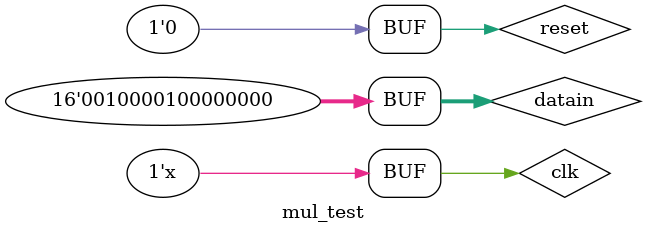
<source format=v>
`timescale 1ns / 1ps


module mul_test;

	// Inputs
	reg [15:0] datain;
	reg clk;
	reg reset;

	// Outputs
	wire [31:0] D11_final;
	wire [31:0] D12_final;
	wire [31:0] D13_final;
	wire [31:0] D14_final;
	wire [31:0] D15_final;
	wire [31:0] D16_final;
	wire [31:0] D17_final;
	wire [31:0] D18_final;
	wire [31:0] D21_final;
	wire [31:0] D22_final;
	wire [31:0] D23_final;
	wire [31:0] D24_final;
	wire [31:0] D25_final;
	wire [31:0] D26_final;
	wire [31:0] D27_final;
	wire [31:0] D28_final;
	wire [31:0] D31_final;
	wire [31:0] D32_final;
	wire [31:0] D33_final;
	wire [31:0] D34_final;
	wire [31:0] D35_final;
	wire [31:0] D36_final;
	wire [31:0] D37_final;
	wire [31:0] D38_final;
	wire [31:0] D41_final;
	wire [31:0] D42_final;
	wire [31:0] D43_final;
	wire [31:0] D44_final;
	wire [31:0] D45_final;
	wire [31:0] D46_final;
	wire [31:0] D47_final;
	wire [31:0] D48_final;
	wire [31:0] D51_final;
	wire [31:0] D52_final;
	wire [31:0] D53_final;
	wire [31:0] D54_final;
	wire [31:0] D55_final;
	wire [31:0] D56_final;
	wire [31:0] D57_final;
	wire [31:0] D58_final;
	wire [31:0] D61_final;
	wire [31:0] D62_final;
	wire [31:0] D63_final;
	wire [31:0] D64_final;
	wire [31:0] D65_final;
	wire [31:0] D66_final;
	wire [31:0] D67_final;
	wire [31:0] D68_final;
	wire [31:0] D71_final;
	wire [31:0] D72_final;
	wire [31:0] D73_final;
	wire [31:0] D74_final;
	wire [31:0] D75_final;
	wire [31:0] D76_final;
	wire [31:0] D77_final;
	wire [31:0] D78_final;
	wire [31:0] D81_final;
	wire [31:0] D82_final;
	wire [31:0] D83_final;
	wire [31:0] D84_final;
	wire [31:0] D85_final;
	wire [31:0] D86_final;
	wire [31:0] D87_final;
	wire [31:0] D88_final;

	// Instantiate the Unit Under Test (UUT)
	DiscreteCosineTransform uut (
		.D11_final(D11_final), 
		.D12_final(D12_final), 
		.D13_final(D13_final), 
		.D14_final(D14_final), 
		.D15_final(D15_final), 
		.D16_final(D16_final), 
		.D17_final(D17_final), 
		.D18_final(D18_final), 
		.D21_final(D21_final), 
		.D22_final(D22_final), 
		.D23_final(D23_final), 
		.D24_final(D24_final), 
		.D25_final(D25_final), 
		.D26_final(D26_final), 
		.D27_final(D27_final), 
		.D28_final(D28_final), 
		.D31_final(D31_final), 
		.D32_final(D32_final), 
		.D33_final(D33_final), 
		.D34_final(D34_final), 
		.D35_final(D35_final), 
		.D36_final(D36_final), 
		.D37_final(D37_final), 
		.D38_final(D38_final), 
		.D41_final(D41_final), 
		.D42_final(D42_final), 
		.D43_final(D43_final), 
		.D44_final(D44_final), 
		.D45_final(D45_final), 
		.D46_final(D46_final), 
		.D47_final(D47_final), 
		.D48_final(D48_final), 
		.D51_final(D51_final), 
		.D52_final(D52_final), 
		.D53_final(D53_final), 
		.D54_final(D54_final), 
		.D55_final(D55_final), 
		.D56_final(D56_final), 
		.D57_final(D57_final), 
		.D58_final(D58_final), 
		.D61_final(D61_final), 
		.D62_final(D62_final), 
		.D63_final(D63_final), 
		.D64_final(D64_final), 
		.D65_final(D65_final), 
		.D66_final(D66_final), 
		.D67_final(D67_final), 
		.D68_final(D68_final), 
		.D71_final(D71_final), 
		.D72_final(D72_final), 
		.D73_final(D73_final), 
		.D74_final(D74_final), 
		.D75_final(D75_final), 
		.D76_final(D76_final), 
		.D77_final(D77_final), 
		.D78_final(D78_final), 
		.D81_final(D81_final), 
		.D82_final(D82_final), 
		.D83_final(D83_final), 
		.D84_final(D84_final), 
		.D85_final(D85_final), 
		.D86_final(D86_final), 
		.D87_final(D87_final), 
		.D88_final(D88_final), 
		.datain(datain), 
		.clk(clk), 
		.reset(reset)
	);

	initial begin
		// Initialize Inputs
		datain = 0;
		clk = 0;
		reset = 0;
		
		

		// Wait 100 ns for global reset to finish
		#100;
		
datain=16'b0001110000000000;
#1000;
datain=16'b0010000000000000;
#1000;
datain=16'b0001110000000000;
#1000;
datain=16'b0010000000000000;
#1000;
datain=16'b0001110000000000;
#1000;
datain=16'b0001101100000000;
#1000;
datain=16'b0001110000000000;
#1000;
datain=16'b0001111100000000;
#1000;

datain=16'b0001111100000000;
#1000;
datain=16'b0001101000000000;
#1000;
datain=16'b0001111100000000;
#1000;
datain=16'b0001101000000000;
#1000;
datain=16'b0001100100000000;
#1000;
datain=16'b0001101100000000;
#1000;
datain=16'b0001100100000000;
#1000;
datain=16'b0001111100000000;
#1000;

datain=16'b0001111000000000;
#1000;
datain=16'b0001110100000000;
#1000;
datain=16'b0001111000000000;
#1000;
datain=16'b0001110100000000;
#1000;
datain=16'b0001101100000000;
#1000;
datain=16'b0001101100000000;
#1000;
datain=16'b0001110100000000;
#1000;
datain=16'b0001110000000000;
#1000;

datain=16'b0001101100000000;
#1000;
datain=16'b0001111000000000;
#1000;
datain=16'b0001101100000000;
#1000;
datain=16'b0001111000000000;
#1000;
datain=16'b0001111100000000;
#1000;
datain=16'b0001110100000000;
#1000;
datain=16'b0001110000000000;
#1000;
datain=16'b0001111000000000;
#1000;

datain=16'b0001111000000000;
#1000;
datain=16'b0001110100000000;
#1000;
datain=16'b0001111000000000;
#1000;
datain=16'b0001110100000000;
#1000;
datain=16'b0001111100000000;
#1000;
datain=16'b0001110000000000;
#1000;
datain=16'b0001100100000000;
#1000;
datain=16'b0001110000000000;
#1000;


datain=16'b0001110000000000;
#1000;
datain=16'b0001111100000000;
#1000;
datain=16'b0001110000000000;
#1000;
datain=16'b0001111100000000;
#1000;
datain=16'b0001101100000000;
#1000;
datain=16'b0001111100000000;
#1000;
datain=16'b0001101100000000;
#1000;
datain=16'b0001111100000000;
#1000;

datain=16'b0001111100000000;
#1000;
datain=16'b0001111000000000;
#1000;
datain=16'b0001111100000000;
#1000;
datain=16'b0001111000000000;
#1000;
datain=16'b0001110000000000;
#1000;
datain=16'b0001100000000000;
#1000;
datain=16'b0001101000000000;
#1000;
datain=16'b0001110100000000;
#1000;


datain=16'b0001111000000000;
#1000;
datain=16'b0001111000000000;
#1000;
datain=16'b0001111000000000;
#1000;
datain=16'b0001111000000000;
#1000;
datain=16'b0001101100000000;
#1000;
datain=16'b0001111000000000;
#1000;
datain=16'b0001101100000000;
#1000;
datain=16'b0010000100000000;
#1000;
        
		// Add stimulus here

	end
	always #500 clk = ~clk;    
      
endmodule


</source>
